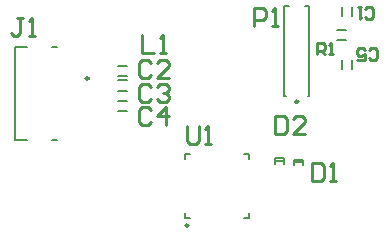
<source format=gto>
G04*
G04 #@! TF.GenerationSoftware,Altium Limited,Altium Designer,19.0.14 (431)*
G04*
G04 Layer_Color=65535*
%FSLAX43Y43*%
%MOMM*%
G71*
G01*
G75*
%ADD10C,0.250*%
%ADD11C,0.152*%
%ADD12C,0.200*%
%ADD13C,0.254*%
D10*
X23125Y11510D02*
G03*
X23125Y11510I-125J0D01*
G01*
X5375Y13475D02*
G03*
X5375Y13475I-125J0D01*
G01*
X13825Y1025D02*
G03*
X13825Y1025I-125J0D01*
G01*
D11*
X27685Y14235D02*
Y15034D01*
X26815Y14235D02*
Y15034D01*
Y18725D02*
Y19525D01*
X27685Y18725D02*
Y19525D01*
X26400Y16690D02*
X27200D01*
X26400Y17560D02*
X27200D01*
X7850Y10690D02*
X8650D01*
X7850Y11560D02*
X8650D01*
X7850Y12440D02*
X8650D01*
X7850Y13310D02*
X8650D01*
X7850Y13690D02*
X8650D01*
X7850Y14560D02*
X8650D01*
D12*
X23910Y11950D02*
X24070D01*
Y19570D01*
X23673D02*
X24070D01*
X21930D02*
X22327D01*
X21930Y11950D02*
Y19570D01*
Y11950D02*
X22090D01*
X21881Y6264D02*
Y6700D01*
X21119D02*
X21881D01*
X21119Y6500D02*
X21881D01*
X21119Y6264D02*
Y6700D01*
X23506Y6139D02*
Y6575D01*
X22744D02*
X23506D01*
X22744Y6375D02*
X23506D01*
X22744Y6139D02*
Y6575D01*
X-875Y16105D02*
X138D01*
X2247D02*
X2675D01*
X-875Y8245D02*
Y16105D01*
Y8245D02*
X138D01*
X2247D02*
X2675D01*
X13550Y6675D02*
Y7075D01*
X13950D01*
X18950Y6675D02*
Y7075D01*
X18550D02*
X18950D01*
Y1675D02*
Y2075D01*
X18550Y1675D02*
X18950D01*
X13550D02*
Y2075D01*
Y1675D02*
X13950D01*
D13*
X13705Y9455D02*
Y8186D01*
X13959Y7932D01*
X14467D01*
X14721Y8186D01*
Y9455D01*
X15229Y7932D02*
X15737D01*
X15483D01*
Y9455D01*
X15229Y9201D01*
X-205Y18583D02*
X-713D01*
X-459D01*
Y17314D01*
X-713Y17060D01*
X-967D01*
X-1221Y17314D01*
X303Y17060D02*
X811D01*
X557D01*
Y18583D01*
X303Y18329D01*
X24750Y15500D02*
Y16500D01*
X25250D01*
X25416Y16333D01*
Y16000D01*
X25250Y15833D01*
X24750D01*
X25083D02*
X25416Y15500D01*
X25750D02*
X26083D01*
X25916D01*
Y16500D01*
X25750Y16333D01*
X19375Y17875D02*
Y19399D01*
X20137D01*
X20391Y19145D01*
Y18637D01*
X20137Y18383D01*
X19375D01*
X20899Y17875D02*
X21406D01*
X21152D01*
Y19399D01*
X20899Y19145D01*
X9875Y17149D02*
Y15625D01*
X10891D01*
X11399D02*
X11906D01*
X11652D01*
Y17149D01*
X11399Y16895D01*
X21125Y10274D02*
Y8750D01*
X21887D01*
X22141Y9004D01*
Y10020D01*
X21887Y10274D01*
X21125D01*
X23664Y8750D02*
X22649D01*
X23664Y9766D01*
Y10020D01*
X23410Y10274D01*
X22902D01*
X22649Y10020D01*
X24250Y6274D02*
Y4750D01*
X25012D01*
X25266Y5004D01*
Y6020D01*
X25012Y6274D01*
X24250D01*
X25774Y4750D02*
X26281D01*
X26027D01*
Y6274D01*
X25774Y6020D01*
X29084Y15176D02*
X29250Y15010D01*
X29583D01*
X29750Y15176D01*
Y15843D01*
X29583Y16010D01*
X29250D01*
X29084Y15843D01*
X28084Y15010D02*
X28750D01*
Y15510D01*
X28417Y15343D01*
X28250D01*
X28084Y15510D01*
Y15843D01*
X28250Y16010D01*
X28584D01*
X28750Y15843D01*
X10641Y10770D02*
X10387Y11024D01*
X9879D01*
X9625Y10770D01*
Y9754D01*
X9879Y9500D01*
X10387D01*
X10641Y9754D01*
X11910Y9500D02*
Y11024D01*
X11149Y10262D01*
X12164D01*
X10650Y12762D02*
X10398Y13018D01*
X9891Y13022D01*
X9635Y12770D01*
X9627Y11754D01*
X9879Y11498D01*
X10387Y11494D01*
X10643Y11746D01*
X11158Y12758D02*
X11414Y13010D01*
X11922Y13006D01*
X12174Y12750D01*
X12172Y12496D01*
X11916Y12244D01*
X11662Y12246D01*
X11916Y12244D01*
X12168Y11988D01*
X12166Y11734D01*
X11910Y11482D01*
X11402Y11486D01*
X11150Y11742D01*
X10641Y14745D02*
X10387Y14999D01*
X9879D01*
X9625Y14745D01*
Y13729D01*
X9879Y13475D01*
X10387D01*
X10641Y13729D01*
X12164Y13475D02*
X11149D01*
X12164Y14491D01*
Y14745D01*
X11910Y14999D01*
X11402D01*
X11149Y14745D01*
X28809Y18667D02*
X28975Y18500D01*
X29308D01*
X29475Y18667D01*
Y19333D01*
X29308Y19500D01*
X28975D01*
X28809Y19333D01*
X28475Y19500D02*
X28142D01*
X28309D01*
Y18500D01*
X28475Y18667D01*
M02*

</source>
